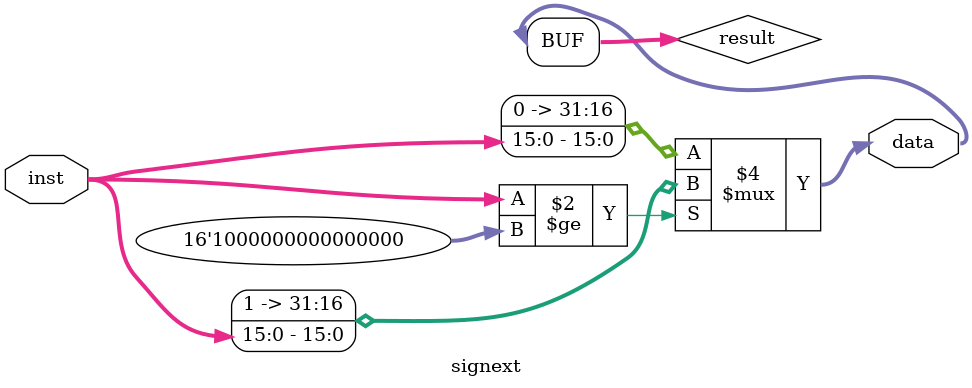
<source format=v>
`timescale 1ns / 1ps


module signext(
    input [15:0] inst,
    output [31:0] data
    );
    
    integer temp;
    reg [31:0] result;
    
    always @(inst)
    begin
        if (inst>=16'b1000000000000000)
            result = {16'b1111111111111111,inst};
        else
            result = {16'b0,inst};
    end
    
    assign data = result;
    
endmodule

</source>
